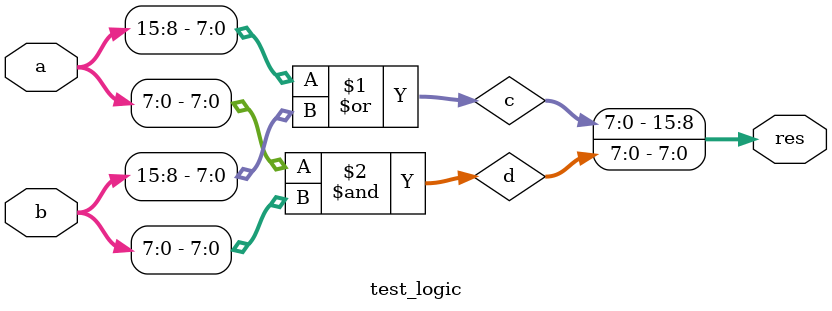
<source format=v>
`timescale 1ns / 1ps


module test_logic(a, b, res);
    input [15: 0] a, b;
    output [15: 0] res;
    wire [7:0] c, d;
    
    assign c = a[15:8] | b[15:8];
    assign d = a[7:0] & b[7:0];
    assign res = {c, d};
endmodule

</source>
